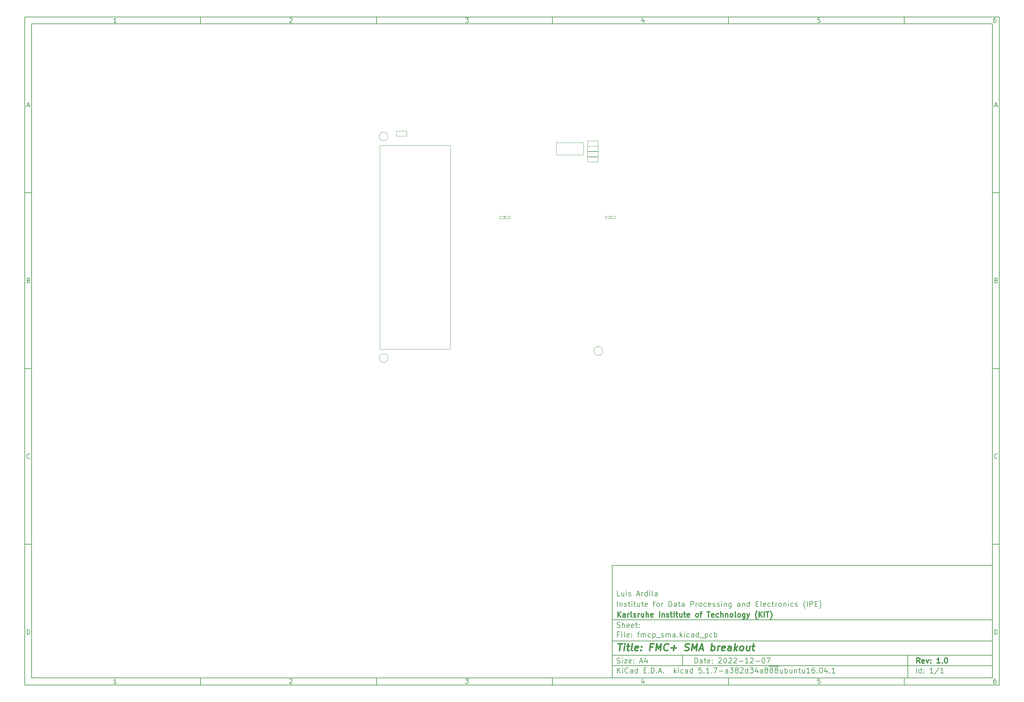
<source format=gbr>
%TF.GenerationSoftware,KiCad,Pcbnew,5.1.7-a382d34a8~88~ubuntu16.04.1*%
%TF.CreationDate,2022-12-07T17:33:49+01:00*%
%TF.ProjectId,fmcp_sma,666d6370-5f73-46d6-912e-6b696361645f,1.0*%
%TF.SameCoordinates,Original*%
%TF.FileFunction,Other,User*%
%FSLAX46Y46*%
G04 Gerber Fmt 4.6, Leading zero omitted, Abs format (unit mm)*
G04 Created by KiCad (PCBNEW 5.1.7-a382d34a8~88~ubuntu16.04.1) date 2022-12-07 17:33:49*
%MOMM*%
%LPD*%
G01*
G04 APERTURE LIST*
%ADD10C,0.050000*%
%ADD11C,0.150000*%
%ADD12C,0.300000*%
%ADD13C,0.400000*%
G04 APERTURE END LIST*
D10*
D11*
X177002200Y-166007200D02*
X177002200Y-198007200D01*
X285002200Y-198007200D01*
X285002200Y-166007200D01*
X177002200Y-166007200D01*
D10*
D11*
X10000000Y-10000000D02*
X10000000Y-200007200D01*
X287002200Y-200007200D01*
X287002200Y-10000000D01*
X10000000Y-10000000D01*
D10*
D11*
X12000000Y-12000000D02*
X12000000Y-198007200D01*
X285002200Y-198007200D01*
X285002200Y-12000000D01*
X12000000Y-12000000D01*
D10*
D11*
X60000000Y-12000000D02*
X60000000Y-10000000D01*
D10*
D11*
X110000000Y-12000000D02*
X110000000Y-10000000D01*
D10*
D11*
X160000000Y-12000000D02*
X160000000Y-10000000D01*
D10*
D11*
X210000000Y-12000000D02*
X210000000Y-10000000D01*
D10*
D11*
X260000000Y-12000000D02*
X260000000Y-10000000D01*
D10*
D11*
X36065476Y-11588095D02*
X35322619Y-11588095D01*
X35694047Y-11588095D02*
X35694047Y-10288095D01*
X35570238Y-10473809D01*
X35446428Y-10597619D01*
X35322619Y-10659523D01*
D10*
D11*
X85322619Y-10411904D02*
X85384523Y-10350000D01*
X85508333Y-10288095D01*
X85817857Y-10288095D01*
X85941666Y-10350000D01*
X86003571Y-10411904D01*
X86065476Y-10535714D01*
X86065476Y-10659523D01*
X86003571Y-10845238D01*
X85260714Y-11588095D01*
X86065476Y-11588095D01*
D10*
D11*
X135260714Y-10288095D02*
X136065476Y-10288095D01*
X135632142Y-10783333D01*
X135817857Y-10783333D01*
X135941666Y-10845238D01*
X136003571Y-10907142D01*
X136065476Y-11030952D01*
X136065476Y-11340476D01*
X136003571Y-11464285D01*
X135941666Y-11526190D01*
X135817857Y-11588095D01*
X135446428Y-11588095D01*
X135322619Y-11526190D01*
X135260714Y-11464285D01*
D10*
D11*
X185941666Y-10721428D02*
X185941666Y-11588095D01*
X185632142Y-10226190D02*
X185322619Y-11154761D01*
X186127380Y-11154761D01*
D10*
D11*
X236003571Y-10288095D02*
X235384523Y-10288095D01*
X235322619Y-10907142D01*
X235384523Y-10845238D01*
X235508333Y-10783333D01*
X235817857Y-10783333D01*
X235941666Y-10845238D01*
X236003571Y-10907142D01*
X236065476Y-11030952D01*
X236065476Y-11340476D01*
X236003571Y-11464285D01*
X235941666Y-11526190D01*
X235817857Y-11588095D01*
X235508333Y-11588095D01*
X235384523Y-11526190D01*
X235322619Y-11464285D01*
D10*
D11*
X285941666Y-10288095D02*
X285694047Y-10288095D01*
X285570238Y-10350000D01*
X285508333Y-10411904D01*
X285384523Y-10597619D01*
X285322619Y-10845238D01*
X285322619Y-11340476D01*
X285384523Y-11464285D01*
X285446428Y-11526190D01*
X285570238Y-11588095D01*
X285817857Y-11588095D01*
X285941666Y-11526190D01*
X286003571Y-11464285D01*
X286065476Y-11340476D01*
X286065476Y-11030952D01*
X286003571Y-10907142D01*
X285941666Y-10845238D01*
X285817857Y-10783333D01*
X285570238Y-10783333D01*
X285446428Y-10845238D01*
X285384523Y-10907142D01*
X285322619Y-11030952D01*
D10*
D11*
X60000000Y-198007200D02*
X60000000Y-200007200D01*
D10*
D11*
X110000000Y-198007200D02*
X110000000Y-200007200D01*
D10*
D11*
X160000000Y-198007200D02*
X160000000Y-200007200D01*
D10*
D11*
X210000000Y-198007200D02*
X210000000Y-200007200D01*
D10*
D11*
X260000000Y-198007200D02*
X260000000Y-200007200D01*
D10*
D11*
X36065476Y-199595295D02*
X35322619Y-199595295D01*
X35694047Y-199595295D02*
X35694047Y-198295295D01*
X35570238Y-198481009D01*
X35446428Y-198604819D01*
X35322619Y-198666723D01*
D10*
D11*
X85322619Y-198419104D02*
X85384523Y-198357200D01*
X85508333Y-198295295D01*
X85817857Y-198295295D01*
X85941666Y-198357200D01*
X86003571Y-198419104D01*
X86065476Y-198542914D01*
X86065476Y-198666723D01*
X86003571Y-198852438D01*
X85260714Y-199595295D01*
X86065476Y-199595295D01*
D10*
D11*
X135260714Y-198295295D02*
X136065476Y-198295295D01*
X135632142Y-198790533D01*
X135817857Y-198790533D01*
X135941666Y-198852438D01*
X136003571Y-198914342D01*
X136065476Y-199038152D01*
X136065476Y-199347676D01*
X136003571Y-199471485D01*
X135941666Y-199533390D01*
X135817857Y-199595295D01*
X135446428Y-199595295D01*
X135322619Y-199533390D01*
X135260714Y-199471485D01*
D10*
D11*
X185941666Y-198728628D02*
X185941666Y-199595295D01*
X185632142Y-198233390D02*
X185322619Y-199161961D01*
X186127380Y-199161961D01*
D10*
D11*
X236003571Y-198295295D02*
X235384523Y-198295295D01*
X235322619Y-198914342D01*
X235384523Y-198852438D01*
X235508333Y-198790533D01*
X235817857Y-198790533D01*
X235941666Y-198852438D01*
X236003571Y-198914342D01*
X236065476Y-199038152D01*
X236065476Y-199347676D01*
X236003571Y-199471485D01*
X235941666Y-199533390D01*
X235817857Y-199595295D01*
X235508333Y-199595295D01*
X235384523Y-199533390D01*
X235322619Y-199471485D01*
D10*
D11*
X285941666Y-198295295D02*
X285694047Y-198295295D01*
X285570238Y-198357200D01*
X285508333Y-198419104D01*
X285384523Y-198604819D01*
X285322619Y-198852438D01*
X285322619Y-199347676D01*
X285384523Y-199471485D01*
X285446428Y-199533390D01*
X285570238Y-199595295D01*
X285817857Y-199595295D01*
X285941666Y-199533390D01*
X286003571Y-199471485D01*
X286065476Y-199347676D01*
X286065476Y-199038152D01*
X286003571Y-198914342D01*
X285941666Y-198852438D01*
X285817857Y-198790533D01*
X285570238Y-198790533D01*
X285446428Y-198852438D01*
X285384523Y-198914342D01*
X285322619Y-199038152D01*
D10*
D11*
X10000000Y-60000000D02*
X12000000Y-60000000D01*
D10*
D11*
X10000000Y-110000000D02*
X12000000Y-110000000D01*
D10*
D11*
X10000000Y-160000000D02*
X12000000Y-160000000D01*
D10*
D11*
X10690476Y-35216666D02*
X11309523Y-35216666D01*
X10566666Y-35588095D02*
X11000000Y-34288095D01*
X11433333Y-35588095D01*
D10*
D11*
X11092857Y-84907142D02*
X11278571Y-84969047D01*
X11340476Y-85030952D01*
X11402380Y-85154761D01*
X11402380Y-85340476D01*
X11340476Y-85464285D01*
X11278571Y-85526190D01*
X11154761Y-85588095D01*
X10659523Y-85588095D01*
X10659523Y-84288095D01*
X11092857Y-84288095D01*
X11216666Y-84350000D01*
X11278571Y-84411904D01*
X11340476Y-84535714D01*
X11340476Y-84659523D01*
X11278571Y-84783333D01*
X11216666Y-84845238D01*
X11092857Y-84907142D01*
X10659523Y-84907142D01*
D10*
D11*
X11402380Y-135464285D02*
X11340476Y-135526190D01*
X11154761Y-135588095D01*
X11030952Y-135588095D01*
X10845238Y-135526190D01*
X10721428Y-135402380D01*
X10659523Y-135278571D01*
X10597619Y-135030952D01*
X10597619Y-134845238D01*
X10659523Y-134597619D01*
X10721428Y-134473809D01*
X10845238Y-134350000D01*
X11030952Y-134288095D01*
X11154761Y-134288095D01*
X11340476Y-134350000D01*
X11402380Y-134411904D01*
D10*
D11*
X10659523Y-185588095D02*
X10659523Y-184288095D01*
X10969047Y-184288095D01*
X11154761Y-184350000D01*
X11278571Y-184473809D01*
X11340476Y-184597619D01*
X11402380Y-184845238D01*
X11402380Y-185030952D01*
X11340476Y-185278571D01*
X11278571Y-185402380D01*
X11154761Y-185526190D01*
X10969047Y-185588095D01*
X10659523Y-185588095D01*
D10*
D11*
X287002200Y-60000000D02*
X285002200Y-60000000D01*
D10*
D11*
X287002200Y-110000000D02*
X285002200Y-110000000D01*
D10*
D11*
X287002200Y-160000000D02*
X285002200Y-160000000D01*
D10*
D11*
X285692676Y-35216666D02*
X286311723Y-35216666D01*
X285568866Y-35588095D02*
X286002200Y-34288095D01*
X286435533Y-35588095D01*
D10*
D11*
X286095057Y-84907142D02*
X286280771Y-84969047D01*
X286342676Y-85030952D01*
X286404580Y-85154761D01*
X286404580Y-85340476D01*
X286342676Y-85464285D01*
X286280771Y-85526190D01*
X286156961Y-85588095D01*
X285661723Y-85588095D01*
X285661723Y-84288095D01*
X286095057Y-84288095D01*
X286218866Y-84350000D01*
X286280771Y-84411904D01*
X286342676Y-84535714D01*
X286342676Y-84659523D01*
X286280771Y-84783333D01*
X286218866Y-84845238D01*
X286095057Y-84907142D01*
X285661723Y-84907142D01*
D10*
D11*
X286404580Y-135464285D02*
X286342676Y-135526190D01*
X286156961Y-135588095D01*
X286033152Y-135588095D01*
X285847438Y-135526190D01*
X285723628Y-135402380D01*
X285661723Y-135278571D01*
X285599819Y-135030952D01*
X285599819Y-134845238D01*
X285661723Y-134597619D01*
X285723628Y-134473809D01*
X285847438Y-134350000D01*
X286033152Y-134288095D01*
X286156961Y-134288095D01*
X286342676Y-134350000D01*
X286404580Y-134411904D01*
D10*
D11*
X285661723Y-185588095D02*
X285661723Y-184288095D01*
X285971247Y-184288095D01*
X286156961Y-184350000D01*
X286280771Y-184473809D01*
X286342676Y-184597619D01*
X286404580Y-184845238D01*
X286404580Y-185030952D01*
X286342676Y-185278571D01*
X286280771Y-185402380D01*
X286156961Y-185526190D01*
X285971247Y-185588095D01*
X285661723Y-185588095D01*
D10*
D11*
X200434342Y-193785771D02*
X200434342Y-192285771D01*
X200791485Y-192285771D01*
X201005771Y-192357200D01*
X201148628Y-192500057D01*
X201220057Y-192642914D01*
X201291485Y-192928628D01*
X201291485Y-193142914D01*
X201220057Y-193428628D01*
X201148628Y-193571485D01*
X201005771Y-193714342D01*
X200791485Y-193785771D01*
X200434342Y-193785771D01*
X202577200Y-193785771D02*
X202577200Y-193000057D01*
X202505771Y-192857200D01*
X202362914Y-192785771D01*
X202077200Y-192785771D01*
X201934342Y-192857200D01*
X202577200Y-193714342D02*
X202434342Y-193785771D01*
X202077200Y-193785771D01*
X201934342Y-193714342D01*
X201862914Y-193571485D01*
X201862914Y-193428628D01*
X201934342Y-193285771D01*
X202077200Y-193214342D01*
X202434342Y-193214342D01*
X202577200Y-193142914D01*
X203077200Y-192785771D02*
X203648628Y-192785771D01*
X203291485Y-192285771D02*
X203291485Y-193571485D01*
X203362914Y-193714342D01*
X203505771Y-193785771D01*
X203648628Y-193785771D01*
X204720057Y-193714342D02*
X204577200Y-193785771D01*
X204291485Y-193785771D01*
X204148628Y-193714342D01*
X204077200Y-193571485D01*
X204077200Y-193000057D01*
X204148628Y-192857200D01*
X204291485Y-192785771D01*
X204577200Y-192785771D01*
X204720057Y-192857200D01*
X204791485Y-193000057D01*
X204791485Y-193142914D01*
X204077200Y-193285771D01*
X205434342Y-193642914D02*
X205505771Y-193714342D01*
X205434342Y-193785771D01*
X205362914Y-193714342D01*
X205434342Y-193642914D01*
X205434342Y-193785771D01*
X205434342Y-192857200D02*
X205505771Y-192928628D01*
X205434342Y-193000057D01*
X205362914Y-192928628D01*
X205434342Y-192857200D01*
X205434342Y-193000057D01*
X207220057Y-192428628D02*
X207291485Y-192357200D01*
X207434342Y-192285771D01*
X207791485Y-192285771D01*
X207934342Y-192357200D01*
X208005771Y-192428628D01*
X208077200Y-192571485D01*
X208077200Y-192714342D01*
X208005771Y-192928628D01*
X207148628Y-193785771D01*
X208077200Y-193785771D01*
X209005771Y-192285771D02*
X209148628Y-192285771D01*
X209291485Y-192357200D01*
X209362914Y-192428628D01*
X209434342Y-192571485D01*
X209505771Y-192857200D01*
X209505771Y-193214342D01*
X209434342Y-193500057D01*
X209362914Y-193642914D01*
X209291485Y-193714342D01*
X209148628Y-193785771D01*
X209005771Y-193785771D01*
X208862914Y-193714342D01*
X208791485Y-193642914D01*
X208720057Y-193500057D01*
X208648628Y-193214342D01*
X208648628Y-192857200D01*
X208720057Y-192571485D01*
X208791485Y-192428628D01*
X208862914Y-192357200D01*
X209005771Y-192285771D01*
X210077200Y-192428628D02*
X210148628Y-192357200D01*
X210291485Y-192285771D01*
X210648628Y-192285771D01*
X210791485Y-192357200D01*
X210862914Y-192428628D01*
X210934342Y-192571485D01*
X210934342Y-192714342D01*
X210862914Y-192928628D01*
X210005771Y-193785771D01*
X210934342Y-193785771D01*
X211505771Y-192428628D02*
X211577200Y-192357200D01*
X211720057Y-192285771D01*
X212077200Y-192285771D01*
X212220057Y-192357200D01*
X212291485Y-192428628D01*
X212362914Y-192571485D01*
X212362914Y-192714342D01*
X212291485Y-192928628D01*
X211434342Y-193785771D01*
X212362914Y-193785771D01*
X213005771Y-193214342D02*
X214148628Y-193214342D01*
X215648628Y-193785771D02*
X214791485Y-193785771D01*
X215220057Y-193785771D02*
X215220057Y-192285771D01*
X215077200Y-192500057D01*
X214934342Y-192642914D01*
X214791485Y-192714342D01*
X216220057Y-192428628D02*
X216291485Y-192357200D01*
X216434342Y-192285771D01*
X216791485Y-192285771D01*
X216934342Y-192357200D01*
X217005771Y-192428628D01*
X217077200Y-192571485D01*
X217077200Y-192714342D01*
X217005771Y-192928628D01*
X216148628Y-193785771D01*
X217077200Y-193785771D01*
X217720057Y-193214342D02*
X218862914Y-193214342D01*
X219862914Y-192285771D02*
X220005771Y-192285771D01*
X220148628Y-192357200D01*
X220220057Y-192428628D01*
X220291485Y-192571485D01*
X220362914Y-192857200D01*
X220362914Y-193214342D01*
X220291485Y-193500057D01*
X220220057Y-193642914D01*
X220148628Y-193714342D01*
X220005771Y-193785771D01*
X219862914Y-193785771D01*
X219720057Y-193714342D01*
X219648628Y-193642914D01*
X219577200Y-193500057D01*
X219505771Y-193214342D01*
X219505771Y-192857200D01*
X219577200Y-192571485D01*
X219648628Y-192428628D01*
X219720057Y-192357200D01*
X219862914Y-192285771D01*
X220862914Y-192285771D02*
X221862914Y-192285771D01*
X221220057Y-193785771D01*
D10*
D11*
X177002200Y-194507200D02*
X285002200Y-194507200D01*
D10*
D11*
X178434342Y-196585771D02*
X178434342Y-195085771D01*
X179291485Y-196585771D02*
X178648628Y-195728628D01*
X179291485Y-195085771D02*
X178434342Y-195942914D01*
X179934342Y-196585771D02*
X179934342Y-195585771D01*
X179934342Y-195085771D02*
X179862914Y-195157200D01*
X179934342Y-195228628D01*
X180005771Y-195157200D01*
X179934342Y-195085771D01*
X179934342Y-195228628D01*
X181505771Y-196442914D02*
X181434342Y-196514342D01*
X181220057Y-196585771D01*
X181077200Y-196585771D01*
X180862914Y-196514342D01*
X180720057Y-196371485D01*
X180648628Y-196228628D01*
X180577200Y-195942914D01*
X180577200Y-195728628D01*
X180648628Y-195442914D01*
X180720057Y-195300057D01*
X180862914Y-195157200D01*
X181077200Y-195085771D01*
X181220057Y-195085771D01*
X181434342Y-195157200D01*
X181505771Y-195228628D01*
X182791485Y-196585771D02*
X182791485Y-195800057D01*
X182720057Y-195657200D01*
X182577200Y-195585771D01*
X182291485Y-195585771D01*
X182148628Y-195657200D01*
X182791485Y-196514342D02*
X182648628Y-196585771D01*
X182291485Y-196585771D01*
X182148628Y-196514342D01*
X182077200Y-196371485D01*
X182077200Y-196228628D01*
X182148628Y-196085771D01*
X182291485Y-196014342D01*
X182648628Y-196014342D01*
X182791485Y-195942914D01*
X184148628Y-196585771D02*
X184148628Y-195085771D01*
X184148628Y-196514342D02*
X184005771Y-196585771D01*
X183720057Y-196585771D01*
X183577200Y-196514342D01*
X183505771Y-196442914D01*
X183434342Y-196300057D01*
X183434342Y-195871485D01*
X183505771Y-195728628D01*
X183577200Y-195657200D01*
X183720057Y-195585771D01*
X184005771Y-195585771D01*
X184148628Y-195657200D01*
X186005771Y-195800057D02*
X186505771Y-195800057D01*
X186720057Y-196585771D02*
X186005771Y-196585771D01*
X186005771Y-195085771D01*
X186720057Y-195085771D01*
X187362914Y-196442914D02*
X187434342Y-196514342D01*
X187362914Y-196585771D01*
X187291485Y-196514342D01*
X187362914Y-196442914D01*
X187362914Y-196585771D01*
X188077200Y-196585771D02*
X188077200Y-195085771D01*
X188434342Y-195085771D01*
X188648628Y-195157200D01*
X188791485Y-195300057D01*
X188862914Y-195442914D01*
X188934342Y-195728628D01*
X188934342Y-195942914D01*
X188862914Y-196228628D01*
X188791485Y-196371485D01*
X188648628Y-196514342D01*
X188434342Y-196585771D01*
X188077200Y-196585771D01*
X189577200Y-196442914D02*
X189648628Y-196514342D01*
X189577200Y-196585771D01*
X189505771Y-196514342D01*
X189577200Y-196442914D01*
X189577200Y-196585771D01*
X190220057Y-196157200D02*
X190934342Y-196157200D01*
X190077200Y-196585771D02*
X190577200Y-195085771D01*
X191077200Y-196585771D01*
X191577200Y-196442914D02*
X191648628Y-196514342D01*
X191577200Y-196585771D01*
X191505771Y-196514342D01*
X191577200Y-196442914D01*
X191577200Y-196585771D01*
X194577200Y-196585771D02*
X194577200Y-195085771D01*
X194720057Y-196014342D02*
X195148628Y-196585771D01*
X195148628Y-195585771D02*
X194577200Y-196157200D01*
X195791485Y-196585771D02*
X195791485Y-195585771D01*
X195791485Y-195085771D02*
X195720057Y-195157200D01*
X195791485Y-195228628D01*
X195862914Y-195157200D01*
X195791485Y-195085771D01*
X195791485Y-195228628D01*
X197148628Y-196514342D02*
X197005771Y-196585771D01*
X196720057Y-196585771D01*
X196577200Y-196514342D01*
X196505771Y-196442914D01*
X196434342Y-196300057D01*
X196434342Y-195871485D01*
X196505771Y-195728628D01*
X196577200Y-195657200D01*
X196720057Y-195585771D01*
X197005771Y-195585771D01*
X197148628Y-195657200D01*
X198434342Y-196585771D02*
X198434342Y-195800057D01*
X198362914Y-195657200D01*
X198220057Y-195585771D01*
X197934342Y-195585771D01*
X197791485Y-195657200D01*
X198434342Y-196514342D02*
X198291485Y-196585771D01*
X197934342Y-196585771D01*
X197791485Y-196514342D01*
X197720057Y-196371485D01*
X197720057Y-196228628D01*
X197791485Y-196085771D01*
X197934342Y-196014342D01*
X198291485Y-196014342D01*
X198434342Y-195942914D01*
X199791485Y-196585771D02*
X199791485Y-195085771D01*
X199791485Y-196514342D02*
X199648628Y-196585771D01*
X199362914Y-196585771D01*
X199220057Y-196514342D01*
X199148628Y-196442914D01*
X199077200Y-196300057D01*
X199077200Y-195871485D01*
X199148628Y-195728628D01*
X199220057Y-195657200D01*
X199362914Y-195585771D01*
X199648628Y-195585771D01*
X199791485Y-195657200D01*
X202362914Y-195085771D02*
X201648628Y-195085771D01*
X201577200Y-195800057D01*
X201648628Y-195728628D01*
X201791485Y-195657200D01*
X202148628Y-195657200D01*
X202291485Y-195728628D01*
X202362914Y-195800057D01*
X202434342Y-195942914D01*
X202434342Y-196300057D01*
X202362914Y-196442914D01*
X202291485Y-196514342D01*
X202148628Y-196585771D01*
X201791485Y-196585771D01*
X201648628Y-196514342D01*
X201577200Y-196442914D01*
X203077200Y-196442914D02*
X203148628Y-196514342D01*
X203077200Y-196585771D01*
X203005771Y-196514342D01*
X203077200Y-196442914D01*
X203077200Y-196585771D01*
X204577200Y-196585771D02*
X203720057Y-196585771D01*
X204148628Y-196585771D02*
X204148628Y-195085771D01*
X204005771Y-195300057D01*
X203862914Y-195442914D01*
X203720057Y-195514342D01*
X205220057Y-196442914D02*
X205291485Y-196514342D01*
X205220057Y-196585771D01*
X205148628Y-196514342D01*
X205220057Y-196442914D01*
X205220057Y-196585771D01*
X205791485Y-195085771D02*
X206791485Y-195085771D01*
X206148628Y-196585771D01*
X207362914Y-196014342D02*
X208505771Y-196014342D01*
X209862914Y-196585771D02*
X209862914Y-195800057D01*
X209791485Y-195657200D01*
X209648628Y-195585771D01*
X209362914Y-195585771D01*
X209220057Y-195657200D01*
X209862914Y-196514342D02*
X209720057Y-196585771D01*
X209362914Y-196585771D01*
X209220057Y-196514342D01*
X209148628Y-196371485D01*
X209148628Y-196228628D01*
X209220057Y-196085771D01*
X209362914Y-196014342D01*
X209720057Y-196014342D01*
X209862914Y-195942914D01*
X210434342Y-195085771D02*
X211362914Y-195085771D01*
X210862914Y-195657200D01*
X211077200Y-195657200D01*
X211220057Y-195728628D01*
X211291485Y-195800057D01*
X211362914Y-195942914D01*
X211362914Y-196300057D01*
X211291485Y-196442914D01*
X211220057Y-196514342D01*
X211077200Y-196585771D01*
X210648628Y-196585771D01*
X210505771Y-196514342D01*
X210434342Y-196442914D01*
X212220057Y-195728628D02*
X212077200Y-195657200D01*
X212005771Y-195585771D01*
X211934342Y-195442914D01*
X211934342Y-195371485D01*
X212005771Y-195228628D01*
X212077200Y-195157200D01*
X212220057Y-195085771D01*
X212505771Y-195085771D01*
X212648628Y-195157200D01*
X212720057Y-195228628D01*
X212791485Y-195371485D01*
X212791485Y-195442914D01*
X212720057Y-195585771D01*
X212648628Y-195657200D01*
X212505771Y-195728628D01*
X212220057Y-195728628D01*
X212077200Y-195800057D01*
X212005771Y-195871485D01*
X211934342Y-196014342D01*
X211934342Y-196300057D01*
X212005771Y-196442914D01*
X212077200Y-196514342D01*
X212220057Y-196585771D01*
X212505771Y-196585771D01*
X212648628Y-196514342D01*
X212720057Y-196442914D01*
X212791485Y-196300057D01*
X212791485Y-196014342D01*
X212720057Y-195871485D01*
X212648628Y-195800057D01*
X212505771Y-195728628D01*
X213362914Y-195228628D02*
X213434342Y-195157200D01*
X213577200Y-195085771D01*
X213934342Y-195085771D01*
X214077200Y-195157200D01*
X214148628Y-195228628D01*
X214220057Y-195371485D01*
X214220057Y-195514342D01*
X214148628Y-195728628D01*
X213291485Y-196585771D01*
X214220057Y-196585771D01*
X215505771Y-196585771D02*
X215505771Y-195085771D01*
X215505771Y-196514342D02*
X215362914Y-196585771D01*
X215077200Y-196585771D01*
X214934342Y-196514342D01*
X214862914Y-196442914D01*
X214791485Y-196300057D01*
X214791485Y-195871485D01*
X214862914Y-195728628D01*
X214934342Y-195657200D01*
X215077200Y-195585771D01*
X215362914Y-195585771D01*
X215505771Y-195657200D01*
X216077200Y-195085771D02*
X217005771Y-195085771D01*
X216505771Y-195657200D01*
X216720057Y-195657200D01*
X216862914Y-195728628D01*
X216934342Y-195800057D01*
X217005771Y-195942914D01*
X217005771Y-196300057D01*
X216934342Y-196442914D01*
X216862914Y-196514342D01*
X216720057Y-196585771D01*
X216291485Y-196585771D01*
X216148628Y-196514342D01*
X216077200Y-196442914D01*
X218291485Y-195585771D02*
X218291485Y-196585771D01*
X217934342Y-195014342D02*
X217577200Y-196085771D01*
X218505771Y-196085771D01*
X219720057Y-196585771D02*
X219720057Y-195800057D01*
X219648628Y-195657200D01*
X219505771Y-195585771D01*
X219220057Y-195585771D01*
X219077200Y-195657200D01*
X219720057Y-196514342D02*
X219577200Y-196585771D01*
X219220057Y-196585771D01*
X219077200Y-196514342D01*
X219005771Y-196371485D01*
X219005771Y-196228628D01*
X219077200Y-196085771D01*
X219220057Y-196014342D01*
X219577200Y-196014342D01*
X219720057Y-195942914D01*
X220648628Y-195728628D02*
X220505771Y-195657200D01*
X220434342Y-195585771D01*
X220362914Y-195442914D01*
X220362914Y-195371485D01*
X220434342Y-195228628D01*
X220505771Y-195157200D01*
X220648628Y-195085771D01*
X220934342Y-195085771D01*
X221077200Y-195157200D01*
X221148628Y-195228628D01*
X221220057Y-195371485D01*
X221220057Y-195442914D01*
X221148628Y-195585771D01*
X221077200Y-195657200D01*
X220934342Y-195728628D01*
X220648628Y-195728628D01*
X220505771Y-195800057D01*
X220434342Y-195871485D01*
X220362914Y-196014342D01*
X220362914Y-196300057D01*
X220434342Y-196442914D01*
X220505771Y-196514342D01*
X220648628Y-196585771D01*
X220934342Y-196585771D01*
X221077200Y-196514342D01*
X221148628Y-196442914D01*
X221220057Y-196300057D01*
X221220057Y-196014342D01*
X221148628Y-195871485D01*
X221077200Y-195800057D01*
X220934342Y-195728628D01*
X221505771Y-194677200D02*
X222934342Y-194677200D01*
X222077200Y-195728628D02*
X221934342Y-195657200D01*
X221862914Y-195585771D01*
X221791485Y-195442914D01*
X221791485Y-195371485D01*
X221862914Y-195228628D01*
X221934342Y-195157200D01*
X222077200Y-195085771D01*
X222362914Y-195085771D01*
X222505771Y-195157200D01*
X222577200Y-195228628D01*
X222648628Y-195371485D01*
X222648628Y-195442914D01*
X222577200Y-195585771D01*
X222505771Y-195657200D01*
X222362914Y-195728628D01*
X222077200Y-195728628D01*
X221934342Y-195800057D01*
X221862914Y-195871485D01*
X221791485Y-196014342D01*
X221791485Y-196300057D01*
X221862914Y-196442914D01*
X221934342Y-196514342D01*
X222077200Y-196585771D01*
X222362914Y-196585771D01*
X222505771Y-196514342D01*
X222577200Y-196442914D01*
X222648628Y-196300057D01*
X222648628Y-196014342D01*
X222577200Y-195871485D01*
X222505771Y-195800057D01*
X222362914Y-195728628D01*
X222934342Y-194677200D02*
X224362914Y-194677200D01*
X223505771Y-195728628D02*
X223362914Y-195657200D01*
X223291485Y-195585771D01*
X223220057Y-195442914D01*
X223220057Y-195371485D01*
X223291485Y-195228628D01*
X223362914Y-195157200D01*
X223505771Y-195085771D01*
X223791485Y-195085771D01*
X223934342Y-195157200D01*
X224005771Y-195228628D01*
X224077199Y-195371485D01*
X224077199Y-195442914D01*
X224005771Y-195585771D01*
X223934342Y-195657200D01*
X223791485Y-195728628D01*
X223505771Y-195728628D01*
X223362914Y-195800057D01*
X223291485Y-195871485D01*
X223220057Y-196014342D01*
X223220057Y-196300057D01*
X223291485Y-196442914D01*
X223362914Y-196514342D01*
X223505771Y-196585771D01*
X223791485Y-196585771D01*
X223934342Y-196514342D01*
X224005771Y-196442914D01*
X224077199Y-196300057D01*
X224077199Y-196014342D01*
X224005771Y-195871485D01*
X223934342Y-195800057D01*
X223791485Y-195728628D01*
X225362914Y-195585771D02*
X225362914Y-196585771D01*
X224720057Y-195585771D02*
X224720057Y-196371485D01*
X224791485Y-196514342D01*
X224934342Y-196585771D01*
X225148628Y-196585771D01*
X225291485Y-196514342D01*
X225362914Y-196442914D01*
X226077199Y-196585771D02*
X226077199Y-195085771D01*
X226077199Y-195657200D02*
X226220057Y-195585771D01*
X226505771Y-195585771D01*
X226648628Y-195657200D01*
X226720057Y-195728628D01*
X226791485Y-195871485D01*
X226791485Y-196300057D01*
X226720057Y-196442914D01*
X226648628Y-196514342D01*
X226505771Y-196585771D01*
X226220057Y-196585771D01*
X226077199Y-196514342D01*
X228077199Y-195585771D02*
X228077199Y-196585771D01*
X227434342Y-195585771D02*
X227434342Y-196371485D01*
X227505771Y-196514342D01*
X227648628Y-196585771D01*
X227862914Y-196585771D01*
X228005771Y-196514342D01*
X228077199Y-196442914D01*
X228791485Y-195585771D02*
X228791485Y-196585771D01*
X228791485Y-195728628D02*
X228862914Y-195657200D01*
X229005771Y-195585771D01*
X229220057Y-195585771D01*
X229362914Y-195657200D01*
X229434342Y-195800057D01*
X229434342Y-196585771D01*
X229934342Y-195585771D02*
X230505771Y-195585771D01*
X230148628Y-195085771D02*
X230148628Y-196371485D01*
X230220057Y-196514342D01*
X230362914Y-196585771D01*
X230505771Y-196585771D01*
X231648628Y-195585771D02*
X231648628Y-196585771D01*
X231005771Y-195585771D02*
X231005771Y-196371485D01*
X231077199Y-196514342D01*
X231220057Y-196585771D01*
X231434342Y-196585771D01*
X231577199Y-196514342D01*
X231648628Y-196442914D01*
X233148628Y-196585771D02*
X232291485Y-196585771D01*
X232720057Y-196585771D02*
X232720057Y-195085771D01*
X232577200Y-195300057D01*
X232434342Y-195442914D01*
X232291485Y-195514342D01*
X234434342Y-195085771D02*
X234148628Y-195085771D01*
X234005771Y-195157200D01*
X233934342Y-195228628D01*
X233791485Y-195442914D01*
X233720057Y-195728628D01*
X233720057Y-196300057D01*
X233791485Y-196442914D01*
X233862914Y-196514342D01*
X234005771Y-196585771D01*
X234291485Y-196585771D01*
X234434342Y-196514342D01*
X234505771Y-196442914D01*
X234577199Y-196300057D01*
X234577199Y-195942914D01*
X234505771Y-195800057D01*
X234434342Y-195728628D01*
X234291485Y-195657200D01*
X234005771Y-195657200D01*
X233862914Y-195728628D01*
X233791485Y-195800057D01*
X233720057Y-195942914D01*
X235220057Y-196442914D02*
X235291485Y-196514342D01*
X235220057Y-196585771D01*
X235148628Y-196514342D01*
X235220057Y-196442914D01*
X235220057Y-196585771D01*
X236220057Y-195085771D02*
X236362914Y-195085771D01*
X236505771Y-195157200D01*
X236577199Y-195228628D01*
X236648628Y-195371485D01*
X236720057Y-195657200D01*
X236720057Y-196014342D01*
X236648628Y-196300057D01*
X236577199Y-196442914D01*
X236505771Y-196514342D01*
X236362914Y-196585771D01*
X236220057Y-196585771D01*
X236077199Y-196514342D01*
X236005771Y-196442914D01*
X235934342Y-196300057D01*
X235862914Y-196014342D01*
X235862914Y-195657200D01*
X235934342Y-195371485D01*
X236005771Y-195228628D01*
X236077199Y-195157200D01*
X236220057Y-195085771D01*
X238005771Y-195585771D02*
X238005771Y-196585771D01*
X237648628Y-195014342D02*
X237291485Y-196085771D01*
X238220057Y-196085771D01*
X238791485Y-196442914D02*
X238862914Y-196514342D01*
X238791485Y-196585771D01*
X238720057Y-196514342D01*
X238791485Y-196442914D01*
X238791485Y-196585771D01*
X240291485Y-196585771D02*
X239434342Y-196585771D01*
X239862914Y-196585771D02*
X239862914Y-195085771D01*
X239720057Y-195300057D01*
X239577199Y-195442914D01*
X239434342Y-195514342D01*
D10*
D11*
X177002200Y-191507200D02*
X285002200Y-191507200D01*
D10*
D12*
X264411485Y-193785771D02*
X263911485Y-193071485D01*
X263554342Y-193785771D02*
X263554342Y-192285771D01*
X264125771Y-192285771D01*
X264268628Y-192357200D01*
X264340057Y-192428628D01*
X264411485Y-192571485D01*
X264411485Y-192785771D01*
X264340057Y-192928628D01*
X264268628Y-193000057D01*
X264125771Y-193071485D01*
X263554342Y-193071485D01*
X265625771Y-193714342D02*
X265482914Y-193785771D01*
X265197200Y-193785771D01*
X265054342Y-193714342D01*
X264982914Y-193571485D01*
X264982914Y-193000057D01*
X265054342Y-192857200D01*
X265197200Y-192785771D01*
X265482914Y-192785771D01*
X265625771Y-192857200D01*
X265697200Y-193000057D01*
X265697200Y-193142914D01*
X264982914Y-193285771D01*
X266197200Y-192785771D02*
X266554342Y-193785771D01*
X266911485Y-192785771D01*
X267482914Y-193642914D02*
X267554342Y-193714342D01*
X267482914Y-193785771D01*
X267411485Y-193714342D01*
X267482914Y-193642914D01*
X267482914Y-193785771D01*
X267482914Y-192857200D02*
X267554342Y-192928628D01*
X267482914Y-193000057D01*
X267411485Y-192928628D01*
X267482914Y-192857200D01*
X267482914Y-193000057D01*
X270125771Y-193785771D02*
X269268628Y-193785771D01*
X269697200Y-193785771D02*
X269697200Y-192285771D01*
X269554342Y-192500057D01*
X269411485Y-192642914D01*
X269268628Y-192714342D01*
X270768628Y-193642914D02*
X270840057Y-193714342D01*
X270768628Y-193785771D01*
X270697200Y-193714342D01*
X270768628Y-193642914D01*
X270768628Y-193785771D01*
X271768628Y-192285771D02*
X271911485Y-192285771D01*
X272054342Y-192357200D01*
X272125771Y-192428628D01*
X272197200Y-192571485D01*
X272268628Y-192857200D01*
X272268628Y-193214342D01*
X272197200Y-193500057D01*
X272125771Y-193642914D01*
X272054342Y-193714342D01*
X271911485Y-193785771D01*
X271768628Y-193785771D01*
X271625771Y-193714342D01*
X271554342Y-193642914D01*
X271482914Y-193500057D01*
X271411485Y-193214342D01*
X271411485Y-192857200D01*
X271482914Y-192571485D01*
X271554342Y-192428628D01*
X271625771Y-192357200D01*
X271768628Y-192285771D01*
D10*
D11*
X178362914Y-193714342D02*
X178577200Y-193785771D01*
X178934342Y-193785771D01*
X179077200Y-193714342D01*
X179148628Y-193642914D01*
X179220057Y-193500057D01*
X179220057Y-193357200D01*
X179148628Y-193214342D01*
X179077200Y-193142914D01*
X178934342Y-193071485D01*
X178648628Y-193000057D01*
X178505771Y-192928628D01*
X178434342Y-192857200D01*
X178362914Y-192714342D01*
X178362914Y-192571485D01*
X178434342Y-192428628D01*
X178505771Y-192357200D01*
X178648628Y-192285771D01*
X179005771Y-192285771D01*
X179220057Y-192357200D01*
X179862914Y-193785771D02*
X179862914Y-192785771D01*
X179862914Y-192285771D02*
X179791485Y-192357200D01*
X179862914Y-192428628D01*
X179934342Y-192357200D01*
X179862914Y-192285771D01*
X179862914Y-192428628D01*
X180434342Y-192785771D02*
X181220057Y-192785771D01*
X180434342Y-193785771D01*
X181220057Y-193785771D01*
X182362914Y-193714342D02*
X182220057Y-193785771D01*
X181934342Y-193785771D01*
X181791485Y-193714342D01*
X181720057Y-193571485D01*
X181720057Y-193000057D01*
X181791485Y-192857200D01*
X181934342Y-192785771D01*
X182220057Y-192785771D01*
X182362914Y-192857200D01*
X182434342Y-193000057D01*
X182434342Y-193142914D01*
X181720057Y-193285771D01*
X183077200Y-193642914D02*
X183148628Y-193714342D01*
X183077200Y-193785771D01*
X183005771Y-193714342D01*
X183077200Y-193642914D01*
X183077200Y-193785771D01*
X183077200Y-192857200D02*
X183148628Y-192928628D01*
X183077200Y-193000057D01*
X183005771Y-192928628D01*
X183077200Y-192857200D01*
X183077200Y-193000057D01*
X184862914Y-193357200D02*
X185577200Y-193357200D01*
X184720057Y-193785771D02*
X185220057Y-192285771D01*
X185720057Y-193785771D01*
X186862914Y-192785771D02*
X186862914Y-193785771D01*
X186505771Y-192214342D02*
X186148628Y-193285771D01*
X187077200Y-193285771D01*
D10*
D11*
X263434342Y-196585771D02*
X263434342Y-195085771D01*
X264791485Y-196585771D02*
X264791485Y-195085771D01*
X264791485Y-196514342D02*
X264648628Y-196585771D01*
X264362914Y-196585771D01*
X264220057Y-196514342D01*
X264148628Y-196442914D01*
X264077200Y-196300057D01*
X264077200Y-195871485D01*
X264148628Y-195728628D01*
X264220057Y-195657200D01*
X264362914Y-195585771D01*
X264648628Y-195585771D01*
X264791485Y-195657200D01*
X265505771Y-196442914D02*
X265577200Y-196514342D01*
X265505771Y-196585771D01*
X265434342Y-196514342D01*
X265505771Y-196442914D01*
X265505771Y-196585771D01*
X265505771Y-195657200D02*
X265577200Y-195728628D01*
X265505771Y-195800057D01*
X265434342Y-195728628D01*
X265505771Y-195657200D01*
X265505771Y-195800057D01*
X268148628Y-196585771D02*
X267291485Y-196585771D01*
X267720057Y-196585771D02*
X267720057Y-195085771D01*
X267577200Y-195300057D01*
X267434342Y-195442914D01*
X267291485Y-195514342D01*
X269862914Y-195014342D02*
X268577200Y-196942914D01*
X271148628Y-196585771D02*
X270291485Y-196585771D01*
X270720057Y-196585771D02*
X270720057Y-195085771D01*
X270577200Y-195300057D01*
X270434342Y-195442914D01*
X270291485Y-195514342D01*
D10*
D11*
X177002200Y-187507200D02*
X285002200Y-187507200D01*
D10*
D13*
X178714580Y-188211961D02*
X179857438Y-188211961D01*
X179036009Y-190211961D02*
X179286009Y-188211961D01*
X180274104Y-190211961D02*
X180440771Y-188878628D01*
X180524104Y-188211961D02*
X180416961Y-188307200D01*
X180500295Y-188402438D01*
X180607438Y-188307200D01*
X180524104Y-188211961D01*
X180500295Y-188402438D01*
X181107438Y-188878628D02*
X181869342Y-188878628D01*
X181476485Y-188211961D02*
X181262200Y-189926247D01*
X181333628Y-190116723D01*
X181512200Y-190211961D01*
X181702676Y-190211961D01*
X182655057Y-190211961D02*
X182476485Y-190116723D01*
X182405057Y-189926247D01*
X182619342Y-188211961D01*
X184190771Y-190116723D02*
X183988390Y-190211961D01*
X183607438Y-190211961D01*
X183428866Y-190116723D01*
X183357438Y-189926247D01*
X183452676Y-189164342D01*
X183571723Y-188973866D01*
X183774104Y-188878628D01*
X184155057Y-188878628D01*
X184333628Y-188973866D01*
X184405057Y-189164342D01*
X184381247Y-189354819D01*
X183405057Y-189545295D01*
X185155057Y-190021485D02*
X185238390Y-190116723D01*
X185131247Y-190211961D01*
X185047914Y-190116723D01*
X185155057Y-190021485D01*
X185131247Y-190211961D01*
X185286009Y-188973866D02*
X185369342Y-189069104D01*
X185262200Y-189164342D01*
X185178866Y-189069104D01*
X185286009Y-188973866D01*
X185262200Y-189164342D01*
X188405057Y-189164342D02*
X187738390Y-189164342D01*
X187607438Y-190211961D02*
X187857438Y-188211961D01*
X188809819Y-188211961D01*
X189321723Y-190211961D02*
X189571723Y-188211961D01*
X190059819Y-189640533D01*
X190905057Y-188211961D01*
X190655057Y-190211961D01*
X192774104Y-190021485D02*
X192666961Y-190116723D01*
X192369342Y-190211961D01*
X192178866Y-190211961D01*
X191905057Y-190116723D01*
X191738390Y-189926247D01*
X191666961Y-189735771D01*
X191619342Y-189354819D01*
X191655057Y-189069104D01*
X191797914Y-188688152D01*
X191916961Y-188497676D01*
X192131247Y-188307200D01*
X192428866Y-188211961D01*
X192619342Y-188211961D01*
X192893152Y-188307200D01*
X192976485Y-188402438D01*
X193702676Y-189450057D02*
X195226485Y-189450057D01*
X194369342Y-190211961D02*
X194559819Y-188688152D01*
X197524104Y-190116723D02*
X197797914Y-190211961D01*
X198274104Y-190211961D01*
X198476485Y-190116723D01*
X198583628Y-190021485D01*
X198702676Y-189831009D01*
X198726485Y-189640533D01*
X198655057Y-189450057D01*
X198571723Y-189354819D01*
X198393152Y-189259580D01*
X198024104Y-189164342D01*
X197845533Y-189069104D01*
X197762200Y-188973866D01*
X197690771Y-188783390D01*
X197714580Y-188592914D01*
X197833628Y-188402438D01*
X197940771Y-188307200D01*
X198143152Y-188211961D01*
X198619342Y-188211961D01*
X198893152Y-188307200D01*
X199512200Y-190211961D02*
X199762200Y-188211961D01*
X200250295Y-189640533D01*
X201095533Y-188211961D01*
X200845533Y-190211961D01*
X201774104Y-189640533D02*
X202726485Y-189640533D01*
X201512200Y-190211961D02*
X202428866Y-188211961D01*
X202845533Y-190211961D01*
X205036009Y-190211961D02*
X205286009Y-188211961D01*
X205190771Y-188973866D02*
X205393152Y-188878628D01*
X205774104Y-188878628D01*
X205952676Y-188973866D01*
X206036009Y-189069104D01*
X206107438Y-189259580D01*
X206036009Y-189831009D01*
X205916961Y-190021485D01*
X205809819Y-190116723D01*
X205607438Y-190211961D01*
X205226485Y-190211961D01*
X205047914Y-190116723D01*
X206845533Y-190211961D02*
X207012200Y-188878628D01*
X206964580Y-189259580D02*
X207083628Y-189069104D01*
X207190771Y-188973866D01*
X207393152Y-188878628D01*
X207583628Y-188878628D01*
X208857438Y-190116723D02*
X208655057Y-190211961D01*
X208274104Y-190211961D01*
X208095533Y-190116723D01*
X208024104Y-189926247D01*
X208119342Y-189164342D01*
X208238390Y-188973866D01*
X208440771Y-188878628D01*
X208821723Y-188878628D01*
X209000295Y-188973866D01*
X209071723Y-189164342D01*
X209047914Y-189354819D01*
X208071723Y-189545295D01*
X210655057Y-190211961D02*
X210786009Y-189164342D01*
X210714580Y-188973866D01*
X210536009Y-188878628D01*
X210155057Y-188878628D01*
X209952676Y-188973866D01*
X210666961Y-190116723D02*
X210464580Y-190211961D01*
X209988390Y-190211961D01*
X209809819Y-190116723D01*
X209738390Y-189926247D01*
X209762200Y-189735771D01*
X209881247Y-189545295D01*
X210083628Y-189450057D01*
X210559819Y-189450057D01*
X210762200Y-189354819D01*
X211607438Y-190211961D02*
X211857438Y-188211961D01*
X211893152Y-189450057D02*
X212369342Y-190211961D01*
X212536009Y-188878628D02*
X211678866Y-189640533D01*
X213512200Y-190211961D02*
X213333628Y-190116723D01*
X213250295Y-190021485D01*
X213178866Y-189831009D01*
X213250295Y-189259580D01*
X213369342Y-189069104D01*
X213476485Y-188973866D01*
X213678866Y-188878628D01*
X213964580Y-188878628D01*
X214143152Y-188973866D01*
X214226485Y-189069104D01*
X214297914Y-189259580D01*
X214226485Y-189831009D01*
X214107438Y-190021485D01*
X214000295Y-190116723D01*
X213797914Y-190211961D01*
X213512200Y-190211961D01*
X216059819Y-188878628D02*
X215893152Y-190211961D01*
X215202676Y-188878628D02*
X215071723Y-189926247D01*
X215143152Y-190116723D01*
X215321723Y-190211961D01*
X215607438Y-190211961D01*
X215809819Y-190116723D01*
X215916961Y-190021485D01*
X216726485Y-188878628D02*
X217488390Y-188878628D01*
X217095533Y-188211961D02*
X216881247Y-189926247D01*
X216952676Y-190116723D01*
X217131247Y-190211961D01*
X217321723Y-190211961D01*
D10*
D11*
X178934342Y-185600057D02*
X178434342Y-185600057D01*
X178434342Y-186385771D02*
X178434342Y-184885771D01*
X179148628Y-184885771D01*
X179720057Y-186385771D02*
X179720057Y-185385771D01*
X179720057Y-184885771D02*
X179648628Y-184957200D01*
X179720057Y-185028628D01*
X179791485Y-184957200D01*
X179720057Y-184885771D01*
X179720057Y-185028628D01*
X180648628Y-186385771D02*
X180505771Y-186314342D01*
X180434342Y-186171485D01*
X180434342Y-184885771D01*
X181791485Y-186314342D02*
X181648628Y-186385771D01*
X181362914Y-186385771D01*
X181220057Y-186314342D01*
X181148628Y-186171485D01*
X181148628Y-185600057D01*
X181220057Y-185457200D01*
X181362914Y-185385771D01*
X181648628Y-185385771D01*
X181791485Y-185457200D01*
X181862914Y-185600057D01*
X181862914Y-185742914D01*
X181148628Y-185885771D01*
X182505771Y-186242914D02*
X182577200Y-186314342D01*
X182505771Y-186385771D01*
X182434342Y-186314342D01*
X182505771Y-186242914D01*
X182505771Y-186385771D01*
X182505771Y-185457200D02*
X182577200Y-185528628D01*
X182505771Y-185600057D01*
X182434342Y-185528628D01*
X182505771Y-185457200D01*
X182505771Y-185600057D01*
X184148628Y-185385771D02*
X184720057Y-185385771D01*
X184362914Y-186385771D02*
X184362914Y-185100057D01*
X184434342Y-184957200D01*
X184577200Y-184885771D01*
X184720057Y-184885771D01*
X185220057Y-186385771D02*
X185220057Y-185385771D01*
X185220057Y-185528628D02*
X185291485Y-185457200D01*
X185434342Y-185385771D01*
X185648628Y-185385771D01*
X185791485Y-185457200D01*
X185862914Y-185600057D01*
X185862914Y-186385771D01*
X185862914Y-185600057D02*
X185934342Y-185457200D01*
X186077200Y-185385771D01*
X186291485Y-185385771D01*
X186434342Y-185457200D01*
X186505771Y-185600057D01*
X186505771Y-186385771D01*
X187862914Y-186314342D02*
X187720057Y-186385771D01*
X187434342Y-186385771D01*
X187291485Y-186314342D01*
X187220057Y-186242914D01*
X187148628Y-186100057D01*
X187148628Y-185671485D01*
X187220057Y-185528628D01*
X187291485Y-185457200D01*
X187434342Y-185385771D01*
X187720057Y-185385771D01*
X187862914Y-185457200D01*
X188505771Y-185385771D02*
X188505771Y-186885771D01*
X188505771Y-185457200D02*
X188648628Y-185385771D01*
X188934342Y-185385771D01*
X189077200Y-185457200D01*
X189148628Y-185528628D01*
X189220057Y-185671485D01*
X189220057Y-186100057D01*
X189148628Y-186242914D01*
X189077200Y-186314342D01*
X188934342Y-186385771D01*
X188648628Y-186385771D01*
X188505771Y-186314342D01*
X189505771Y-186528628D02*
X190648628Y-186528628D01*
X190934342Y-186314342D02*
X191077200Y-186385771D01*
X191362914Y-186385771D01*
X191505771Y-186314342D01*
X191577200Y-186171485D01*
X191577200Y-186100057D01*
X191505771Y-185957200D01*
X191362914Y-185885771D01*
X191148628Y-185885771D01*
X191005771Y-185814342D01*
X190934342Y-185671485D01*
X190934342Y-185600057D01*
X191005771Y-185457200D01*
X191148628Y-185385771D01*
X191362914Y-185385771D01*
X191505771Y-185457200D01*
X192220057Y-186385771D02*
X192220057Y-185385771D01*
X192220057Y-185528628D02*
X192291485Y-185457200D01*
X192434342Y-185385771D01*
X192648628Y-185385771D01*
X192791485Y-185457200D01*
X192862914Y-185600057D01*
X192862914Y-186385771D01*
X192862914Y-185600057D02*
X192934342Y-185457200D01*
X193077200Y-185385771D01*
X193291485Y-185385771D01*
X193434342Y-185457200D01*
X193505771Y-185600057D01*
X193505771Y-186385771D01*
X194862914Y-186385771D02*
X194862914Y-185600057D01*
X194791485Y-185457200D01*
X194648628Y-185385771D01*
X194362914Y-185385771D01*
X194220057Y-185457200D01*
X194862914Y-186314342D02*
X194720057Y-186385771D01*
X194362914Y-186385771D01*
X194220057Y-186314342D01*
X194148628Y-186171485D01*
X194148628Y-186028628D01*
X194220057Y-185885771D01*
X194362914Y-185814342D01*
X194720057Y-185814342D01*
X194862914Y-185742914D01*
X195577200Y-186242914D02*
X195648628Y-186314342D01*
X195577200Y-186385771D01*
X195505771Y-186314342D01*
X195577200Y-186242914D01*
X195577200Y-186385771D01*
X196291485Y-186385771D02*
X196291485Y-184885771D01*
X196434342Y-185814342D02*
X196862914Y-186385771D01*
X196862914Y-185385771D02*
X196291485Y-185957200D01*
X197505771Y-186385771D02*
X197505771Y-185385771D01*
X197505771Y-184885771D02*
X197434342Y-184957200D01*
X197505771Y-185028628D01*
X197577200Y-184957200D01*
X197505771Y-184885771D01*
X197505771Y-185028628D01*
X198862914Y-186314342D02*
X198720057Y-186385771D01*
X198434342Y-186385771D01*
X198291485Y-186314342D01*
X198220057Y-186242914D01*
X198148628Y-186100057D01*
X198148628Y-185671485D01*
X198220057Y-185528628D01*
X198291485Y-185457200D01*
X198434342Y-185385771D01*
X198720057Y-185385771D01*
X198862914Y-185457200D01*
X200148628Y-186385771D02*
X200148628Y-185600057D01*
X200077200Y-185457200D01*
X199934342Y-185385771D01*
X199648628Y-185385771D01*
X199505771Y-185457200D01*
X200148628Y-186314342D02*
X200005771Y-186385771D01*
X199648628Y-186385771D01*
X199505771Y-186314342D01*
X199434342Y-186171485D01*
X199434342Y-186028628D01*
X199505771Y-185885771D01*
X199648628Y-185814342D01*
X200005771Y-185814342D01*
X200148628Y-185742914D01*
X201505771Y-186385771D02*
X201505771Y-184885771D01*
X201505771Y-186314342D02*
X201362914Y-186385771D01*
X201077200Y-186385771D01*
X200934342Y-186314342D01*
X200862914Y-186242914D01*
X200791485Y-186100057D01*
X200791485Y-185671485D01*
X200862914Y-185528628D01*
X200934342Y-185457200D01*
X201077200Y-185385771D01*
X201362914Y-185385771D01*
X201505771Y-185457200D01*
X201862914Y-186528628D02*
X203005771Y-186528628D01*
X203362914Y-185385771D02*
X203362914Y-186885771D01*
X203362914Y-185457200D02*
X203505771Y-185385771D01*
X203791485Y-185385771D01*
X203934342Y-185457200D01*
X204005771Y-185528628D01*
X204077200Y-185671485D01*
X204077200Y-186100057D01*
X204005771Y-186242914D01*
X203934342Y-186314342D01*
X203791485Y-186385771D01*
X203505771Y-186385771D01*
X203362914Y-186314342D01*
X205362914Y-186314342D02*
X205220057Y-186385771D01*
X204934342Y-186385771D01*
X204791485Y-186314342D01*
X204720057Y-186242914D01*
X204648628Y-186100057D01*
X204648628Y-185671485D01*
X204720057Y-185528628D01*
X204791485Y-185457200D01*
X204934342Y-185385771D01*
X205220057Y-185385771D01*
X205362914Y-185457200D01*
X206005771Y-186385771D02*
X206005771Y-184885771D01*
X206005771Y-185457200D02*
X206148628Y-185385771D01*
X206434342Y-185385771D01*
X206577200Y-185457200D01*
X206648628Y-185528628D01*
X206720057Y-185671485D01*
X206720057Y-186100057D01*
X206648628Y-186242914D01*
X206577200Y-186314342D01*
X206434342Y-186385771D01*
X206148628Y-186385771D01*
X206005771Y-186314342D01*
D10*
D11*
X177002200Y-181507200D02*
X285002200Y-181507200D01*
D10*
D11*
X178362914Y-183614342D02*
X178577200Y-183685771D01*
X178934342Y-183685771D01*
X179077200Y-183614342D01*
X179148628Y-183542914D01*
X179220057Y-183400057D01*
X179220057Y-183257200D01*
X179148628Y-183114342D01*
X179077200Y-183042914D01*
X178934342Y-182971485D01*
X178648628Y-182900057D01*
X178505771Y-182828628D01*
X178434342Y-182757200D01*
X178362914Y-182614342D01*
X178362914Y-182471485D01*
X178434342Y-182328628D01*
X178505771Y-182257200D01*
X178648628Y-182185771D01*
X179005771Y-182185771D01*
X179220057Y-182257200D01*
X179862914Y-183685771D02*
X179862914Y-182185771D01*
X180505771Y-183685771D02*
X180505771Y-182900057D01*
X180434342Y-182757200D01*
X180291485Y-182685771D01*
X180077200Y-182685771D01*
X179934342Y-182757200D01*
X179862914Y-182828628D01*
X181791485Y-183614342D02*
X181648628Y-183685771D01*
X181362914Y-183685771D01*
X181220057Y-183614342D01*
X181148628Y-183471485D01*
X181148628Y-182900057D01*
X181220057Y-182757200D01*
X181362914Y-182685771D01*
X181648628Y-182685771D01*
X181791485Y-182757200D01*
X181862914Y-182900057D01*
X181862914Y-183042914D01*
X181148628Y-183185771D01*
X183077200Y-183614342D02*
X182934342Y-183685771D01*
X182648628Y-183685771D01*
X182505771Y-183614342D01*
X182434342Y-183471485D01*
X182434342Y-182900057D01*
X182505771Y-182757200D01*
X182648628Y-182685771D01*
X182934342Y-182685771D01*
X183077200Y-182757200D01*
X183148628Y-182900057D01*
X183148628Y-183042914D01*
X182434342Y-183185771D01*
X183577200Y-182685771D02*
X184148628Y-182685771D01*
X183791485Y-182185771D02*
X183791485Y-183471485D01*
X183862914Y-183614342D01*
X184005771Y-183685771D01*
X184148628Y-183685771D01*
X184648628Y-183542914D02*
X184720057Y-183614342D01*
X184648628Y-183685771D01*
X184577200Y-183614342D01*
X184648628Y-183542914D01*
X184648628Y-183685771D01*
X184648628Y-182757200D02*
X184720057Y-182828628D01*
X184648628Y-182900057D01*
X184577200Y-182828628D01*
X184648628Y-182757200D01*
X184648628Y-182900057D01*
D10*
D12*
X178554342Y-180685771D02*
X178554342Y-179185771D01*
X179411485Y-180685771D02*
X178768628Y-179828628D01*
X179411485Y-179185771D02*
X178554342Y-180042914D01*
X180697200Y-180685771D02*
X180697200Y-179900057D01*
X180625771Y-179757200D01*
X180482914Y-179685771D01*
X180197200Y-179685771D01*
X180054342Y-179757200D01*
X180697200Y-180614342D02*
X180554342Y-180685771D01*
X180197200Y-180685771D01*
X180054342Y-180614342D01*
X179982914Y-180471485D01*
X179982914Y-180328628D01*
X180054342Y-180185771D01*
X180197200Y-180114342D01*
X180554342Y-180114342D01*
X180697200Y-180042914D01*
X181411485Y-180685771D02*
X181411485Y-179685771D01*
X181411485Y-179971485D02*
X181482914Y-179828628D01*
X181554342Y-179757200D01*
X181697200Y-179685771D01*
X181840057Y-179685771D01*
X182554342Y-180685771D02*
X182411485Y-180614342D01*
X182340057Y-180471485D01*
X182340057Y-179185771D01*
X183054342Y-180614342D02*
X183197200Y-180685771D01*
X183482914Y-180685771D01*
X183625771Y-180614342D01*
X183697200Y-180471485D01*
X183697200Y-180400057D01*
X183625771Y-180257200D01*
X183482914Y-180185771D01*
X183268628Y-180185771D01*
X183125771Y-180114342D01*
X183054342Y-179971485D01*
X183054342Y-179900057D01*
X183125771Y-179757200D01*
X183268628Y-179685771D01*
X183482914Y-179685771D01*
X183625771Y-179757200D01*
X184340057Y-180685771D02*
X184340057Y-179685771D01*
X184340057Y-179971485D02*
X184411485Y-179828628D01*
X184482914Y-179757200D01*
X184625771Y-179685771D01*
X184768628Y-179685771D01*
X185911485Y-179685771D02*
X185911485Y-180685771D01*
X185268628Y-179685771D02*
X185268628Y-180471485D01*
X185340057Y-180614342D01*
X185482914Y-180685771D01*
X185697200Y-180685771D01*
X185840057Y-180614342D01*
X185911485Y-180542914D01*
X186625771Y-180685771D02*
X186625771Y-179185771D01*
X187268628Y-180685771D02*
X187268628Y-179900057D01*
X187197200Y-179757200D01*
X187054342Y-179685771D01*
X186840057Y-179685771D01*
X186697200Y-179757200D01*
X186625771Y-179828628D01*
X188554342Y-180614342D02*
X188411485Y-180685771D01*
X188125771Y-180685771D01*
X187982914Y-180614342D01*
X187911485Y-180471485D01*
X187911485Y-179900057D01*
X187982914Y-179757200D01*
X188125771Y-179685771D01*
X188411485Y-179685771D01*
X188554342Y-179757200D01*
X188625771Y-179900057D01*
X188625771Y-180042914D01*
X187911485Y-180185771D01*
X190411485Y-180685771D02*
X190411485Y-179185771D01*
X191125771Y-179685771D02*
X191125771Y-180685771D01*
X191125771Y-179828628D02*
X191197200Y-179757200D01*
X191340057Y-179685771D01*
X191554342Y-179685771D01*
X191697200Y-179757200D01*
X191768628Y-179900057D01*
X191768628Y-180685771D01*
X192411485Y-180614342D02*
X192554342Y-180685771D01*
X192840057Y-180685771D01*
X192982914Y-180614342D01*
X193054342Y-180471485D01*
X193054342Y-180400057D01*
X192982914Y-180257200D01*
X192840057Y-180185771D01*
X192625771Y-180185771D01*
X192482914Y-180114342D01*
X192411485Y-179971485D01*
X192411485Y-179900057D01*
X192482914Y-179757200D01*
X192625771Y-179685771D01*
X192840057Y-179685771D01*
X192982914Y-179757200D01*
X193482914Y-179685771D02*
X194054342Y-179685771D01*
X193697200Y-179185771D02*
X193697200Y-180471485D01*
X193768628Y-180614342D01*
X193911485Y-180685771D01*
X194054342Y-180685771D01*
X194554342Y-180685771D02*
X194554342Y-179685771D01*
X194554342Y-179185771D02*
X194482914Y-179257200D01*
X194554342Y-179328628D01*
X194625771Y-179257200D01*
X194554342Y-179185771D01*
X194554342Y-179328628D01*
X195054342Y-179685771D02*
X195625771Y-179685771D01*
X195268628Y-179185771D02*
X195268628Y-180471485D01*
X195340057Y-180614342D01*
X195482914Y-180685771D01*
X195625771Y-180685771D01*
X196768628Y-179685771D02*
X196768628Y-180685771D01*
X196125771Y-179685771D02*
X196125771Y-180471485D01*
X196197200Y-180614342D01*
X196340057Y-180685771D01*
X196554342Y-180685771D01*
X196697200Y-180614342D01*
X196768628Y-180542914D01*
X197268628Y-179685771D02*
X197840057Y-179685771D01*
X197482914Y-179185771D02*
X197482914Y-180471485D01*
X197554342Y-180614342D01*
X197697200Y-180685771D01*
X197840057Y-180685771D01*
X198911485Y-180614342D02*
X198768628Y-180685771D01*
X198482914Y-180685771D01*
X198340057Y-180614342D01*
X198268628Y-180471485D01*
X198268628Y-179900057D01*
X198340057Y-179757200D01*
X198482914Y-179685771D01*
X198768628Y-179685771D01*
X198911485Y-179757200D01*
X198982914Y-179900057D01*
X198982914Y-180042914D01*
X198268628Y-180185771D01*
X200982914Y-180685771D02*
X200840057Y-180614342D01*
X200768628Y-180542914D01*
X200697200Y-180400057D01*
X200697200Y-179971485D01*
X200768628Y-179828628D01*
X200840057Y-179757200D01*
X200982914Y-179685771D01*
X201197200Y-179685771D01*
X201340057Y-179757200D01*
X201411485Y-179828628D01*
X201482914Y-179971485D01*
X201482914Y-180400057D01*
X201411485Y-180542914D01*
X201340057Y-180614342D01*
X201197200Y-180685771D01*
X200982914Y-180685771D01*
X201911485Y-179685771D02*
X202482914Y-179685771D01*
X202125771Y-180685771D02*
X202125771Y-179400057D01*
X202197200Y-179257200D01*
X202340057Y-179185771D01*
X202482914Y-179185771D01*
X203911485Y-179185771D02*
X204768628Y-179185771D01*
X204340057Y-180685771D02*
X204340057Y-179185771D01*
X205840057Y-180614342D02*
X205697200Y-180685771D01*
X205411485Y-180685771D01*
X205268628Y-180614342D01*
X205197200Y-180471485D01*
X205197200Y-179900057D01*
X205268628Y-179757200D01*
X205411485Y-179685771D01*
X205697200Y-179685771D01*
X205840057Y-179757200D01*
X205911485Y-179900057D01*
X205911485Y-180042914D01*
X205197200Y-180185771D01*
X207197200Y-180614342D02*
X207054342Y-180685771D01*
X206768628Y-180685771D01*
X206625771Y-180614342D01*
X206554342Y-180542914D01*
X206482914Y-180400057D01*
X206482914Y-179971485D01*
X206554342Y-179828628D01*
X206625771Y-179757200D01*
X206768628Y-179685771D01*
X207054342Y-179685771D01*
X207197200Y-179757200D01*
X207840057Y-180685771D02*
X207840057Y-179185771D01*
X208482914Y-180685771D02*
X208482914Y-179900057D01*
X208411485Y-179757200D01*
X208268628Y-179685771D01*
X208054342Y-179685771D01*
X207911485Y-179757200D01*
X207840057Y-179828628D01*
X209197200Y-179685771D02*
X209197200Y-180685771D01*
X209197200Y-179828628D02*
X209268628Y-179757200D01*
X209411485Y-179685771D01*
X209625771Y-179685771D01*
X209768628Y-179757200D01*
X209840057Y-179900057D01*
X209840057Y-180685771D01*
X210768628Y-180685771D02*
X210625771Y-180614342D01*
X210554342Y-180542914D01*
X210482914Y-180400057D01*
X210482914Y-179971485D01*
X210554342Y-179828628D01*
X210625771Y-179757200D01*
X210768628Y-179685771D01*
X210982914Y-179685771D01*
X211125771Y-179757200D01*
X211197200Y-179828628D01*
X211268628Y-179971485D01*
X211268628Y-180400057D01*
X211197200Y-180542914D01*
X211125771Y-180614342D01*
X210982914Y-180685771D01*
X210768628Y-180685771D01*
X212125771Y-180685771D02*
X211982914Y-180614342D01*
X211911485Y-180471485D01*
X211911485Y-179185771D01*
X212911485Y-180685771D02*
X212768628Y-180614342D01*
X212697200Y-180542914D01*
X212625771Y-180400057D01*
X212625771Y-179971485D01*
X212697200Y-179828628D01*
X212768628Y-179757200D01*
X212911485Y-179685771D01*
X213125771Y-179685771D01*
X213268628Y-179757200D01*
X213340057Y-179828628D01*
X213411485Y-179971485D01*
X213411485Y-180400057D01*
X213340057Y-180542914D01*
X213268628Y-180614342D01*
X213125771Y-180685771D01*
X212911485Y-180685771D01*
X214697200Y-179685771D02*
X214697200Y-180900057D01*
X214625771Y-181042914D01*
X214554342Y-181114342D01*
X214411485Y-181185771D01*
X214197200Y-181185771D01*
X214054342Y-181114342D01*
X214697200Y-180614342D02*
X214554342Y-180685771D01*
X214268628Y-180685771D01*
X214125771Y-180614342D01*
X214054342Y-180542914D01*
X213982914Y-180400057D01*
X213982914Y-179971485D01*
X214054342Y-179828628D01*
X214125771Y-179757200D01*
X214268628Y-179685771D01*
X214554342Y-179685771D01*
X214697200Y-179757200D01*
X215268628Y-179685771D02*
X215625771Y-180685771D01*
X215982914Y-179685771D02*
X215625771Y-180685771D01*
X215482914Y-181042914D01*
X215411485Y-181114342D01*
X215268628Y-181185771D01*
X218125771Y-181257200D02*
X218054342Y-181185771D01*
X217911485Y-180971485D01*
X217840057Y-180828628D01*
X217768628Y-180614342D01*
X217697200Y-180257200D01*
X217697200Y-179971485D01*
X217768628Y-179614342D01*
X217840057Y-179400057D01*
X217911485Y-179257200D01*
X218054342Y-179042914D01*
X218125771Y-178971485D01*
X218697200Y-180685771D02*
X218697200Y-179185771D01*
X219554342Y-180685771D02*
X218911485Y-179828628D01*
X219554342Y-179185771D02*
X218697200Y-180042914D01*
X220197200Y-180685771D02*
X220197200Y-179185771D01*
X220697200Y-179185771D02*
X221554342Y-179185771D01*
X221125771Y-180685771D02*
X221125771Y-179185771D01*
X221911485Y-181257200D02*
X221982914Y-181185771D01*
X222125771Y-180971485D01*
X222197200Y-180828628D01*
X222268628Y-180614342D01*
X222340057Y-180257200D01*
X222340057Y-179971485D01*
X222268628Y-179614342D01*
X222197200Y-179400057D01*
X222125771Y-179257200D01*
X221982914Y-179042914D01*
X221911485Y-178971485D01*
D10*
D11*
X178434342Y-177685771D02*
X178434342Y-176185771D01*
X179148628Y-176685771D02*
X179148628Y-177685771D01*
X179148628Y-176828628D02*
X179220057Y-176757200D01*
X179362914Y-176685771D01*
X179577200Y-176685771D01*
X179720057Y-176757200D01*
X179791485Y-176900057D01*
X179791485Y-177685771D01*
X180434342Y-177614342D02*
X180577200Y-177685771D01*
X180862914Y-177685771D01*
X181005771Y-177614342D01*
X181077200Y-177471485D01*
X181077200Y-177400057D01*
X181005771Y-177257200D01*
X180862914Y-177185771D01*
X180648628Y-177185771D01*
X180505771Y-177114342D01*
X180434342Y-176971485D01*
X180434342Y-176900057D01*
X180505771Y-176757200D01*
X180648628Y-176685771D01*
X180862914Y-176685771D01*
X181005771Y-176757200D01*
X181505771Y-176685771D02*
X182077200Y-176685771D01*
X181720057Y-176185771D02*
X181720057Y-177471485D01*
X181791485Y-177614342D01*
X181934342Y-177685771D01*
X182077200Y-177685771D01*
X182577200Y-177685771D02*
X182577200Y-176685771D01*
X182577200Y-176185771D02*
X182505771Y-176257200D01*
X182577200Y-176328628D01*
X182648628Y-176257200D01*
X182577200Y-176185771D01*
X182577200Y-176328628D01*
X183077200Y-176685771D02*
X183648628Y-176685771D01*
X183291485Y-176185771D02*
X183291485Y-177471485D01*
X183362914Y-177614342D01*
X183505771Y-177685771D01*
X183648628Y-177685771D01*
X184791485Y-176685771D02*
X184791485Y-177685771D01*
X184148628Y-176685771D02*
X184148628Y-177471485D01*
X184220057Y-177614342D01*
X184362914Y-177685771D01*
X184577200Y-177685771D01*
X184720057Y-177614342D01*
X184791485Y-177542914D01*
X185291485Y-176685771D02*
X185862914Y-176685771D01*
X185505771Y-176185771D02*
X185505771Y-177471485D01*
X185577200Y-177614342D01*
X185720057Y-177685771D01*
X185862914Y-177685771D01*
X186934342Y-177614342D02*
X186791485Y-177685771D01*
X186505771Y-177685771D01*
X186362914Y-177614342D01*
X186291485Y-177471485D01*
X186291485Y-176900057D01*
X186362914Y-176757200D01*
X186505771Y-176685771D01*
X186791485Y-176685771D01*
X186934342Y-176757200D01*
X187005771Y-176900057D01*
X187005771Y-177042914D01*
X186291485Y-177185771D01*
X188577200Y-176685771D02*
X189148628Y-176685771D01*
X188791485Y-177685771D02*
X188791485Y-176400057D01*
X188862914Y-176257200D01*
X189005771Y-176185771D01*
X189148628Y-176185771D01*
X189862914Y-177685771D02*
X189720057Y-177614342D01*
X189648628Y-177542914D01*
X189577200Y-177400057D01*
X189577200Y-176971485D01*
X189648628Y-176828628D01*
X189720057Y-176757200D01*
X189862914Y-176685771D01*
X190077200Y-176685771D01*
X190220057Y-176757200D01*
X190291485Y-176828628D01*
X190362914Y-176971485D01*
X190362914Y-177400057D01*
X190291485Y-177542914D01*
X190220057Y-177614342D01*
X190077200Y-177685771D01*
X189862914Y-177685771D01*
X191005771Y-177685771D02*
X191005771Y-176685771D01*
X191005771Y-176971485D02*
X191077200Y-176828628D01*
X191148628Y-176757200D01*
X191291485Y-176685771D01*
X191434342Y-176685771D01*
X193077200Y-177685771D02*
X193077200Y-176185771D01*
X193434342Y-176185771D01*
X193648628Y-176257200D01*
X193791485Y-176400057D01*
X193862914Y-176542914D01*
X193934342Y-176828628D01*
X193934342Y-177042914D01*
X193862914Y-177328628D01*
X193791485Y-177471485D01*
X193648628Y-177614342D01*
X193434342Y-177685771D01*
X193077200Y-177685771D01*
X195220057Y-177685771D02*
X195220057Y-176900057D01*
X195148628Y-176757200D01*
X195005771Y-176685771D01*
X194720057Y-176685771D01*
X194577200Y-176757200D01*
X195220057Y-177614342D02*
X195077200Y-177685771D01*
X194720057Y-177685771D01*
X194577200Y-177614342D01*
X194505771Y-177471485D01*
X194505771Y-177328628D01*
X194577200Y-177185771D01*
X194720057Y-177114342D01*
X195077200Y-177114342D01*
X195220057Y-177042914D01*
X195720057Y-176685771D02*
X196291485Y-176685771D01*
X195934342Y-176185771D02*
X195934342Y-177471485D01*
X196005771Y-177614342D01*
X196148628Y-177685771D01*
X196291485Y-177685771D01*
X197434342Y-177685771D02*
X197434342Y-176900057D01*
X197362914Y-176757200D01*
X197220057Y-176685771D01*
X196934342Y-176685771D01*
X196791485Y-176757200D01*
X197434342Y-177614342D02*
X197291485Y-177685771D01*
X196934342Y-177685771D01*
X196791485Y-177614342D01*
X196720057Y-177471485D01*
X196720057Y-177328628D01*
X196791485Y-177185771D01*
X196934342Y-177114342D01*
X197291485Y-177114342D01*
X197434342Y-177042914D01*
X199291485Y-177685771D02*
X199291485Y-176185771D01*
X199862914Y-176185771D01*
X200005771Y-176257200D01*
X200077200Y-176328628D01*
X200148628Y-176471485D01*
X200148628Y-176685771D01*
X200077200Y-176828628D01*
X200005771Y-176900057D01*
X199862914Y-176971485D01*
X199291485Y-176971485D01*
X200791485Y-177685771D02*
X200791485Y-176685771D01*
X200791485Y-176971485D02*
X200862914Y-176828628D01*
X200934342Y-176757200D01*
X201077200Y-176685771D01*
X201220057Y-176685771D01*
X201934342Y-177685771D02*
X201791485Y-177614342D01*
X201720057Y-177542914D01*
X201648628Y-177400057D01*
X201648628Y-176971485D01*
X201720057Y-176828628D01*
X201791485Y-176757200D01*
X201934342Y-176685771D01*
X202148628Y-176685771D01*
X202291485Y-176757200D01*
X202362914Y-176828628D01*
X202434342Y-176971485D01*
X202434342Y-177400057D01*
X202362914Y-177542914D01*
X202291485Y-177614342D01*
X202148628Y-177685771D01*
X201934342Y-177685771D01*
X203720057Y-177614342D02*
X203577200Y-177685771D01*
X203291485Y-177685771D01*
X203148628Y-177614342D01*
X203077200Y-177542914D01*
X203005771Y-177400057D01*
X203005771Y-176971485D01*
X203077200Y-176828628D01*
X203148628Y-176757200D01*
X203291485Y-176685771D01*
X203577200Y-176685771D01*
X203720057Y-176757200D01*
X204934342Y-177614342D02*
X204791485Y-177685771D01*
X204505771Y-177685771D01*
X204362914Y-177614342D01*
X204291485Y-177471485D01*
X204291485Y-176900057D01*
X204362914Y-176757200D01*
X204505771Y-176685771D01*
X204791485Y-176685771D01*
X204934342Y-176757200D01*
X205005771Y-176900057D01*
X205005771Y-177042914D01*
X204291485Y-177185771D01*
X205577200Y-177614342D02*
X205720057Y-177685771D01*
X206005771Y-177685771D01*
X206148628Y-177614342D01*
X206220057Y-177471485D01*
X206220057Y-177400057D01*
X206148628Y-177257200D01*
X206005771Y-177185771D01*
X205791485Y-177185771D01*
X205648628Y-177114342D01*
X205577200Y-176971485D01*
X205577200Y-176900057D01*
X205648628Y-176757200D01*
X205791485Y-176685771D01*
X206005771Y-176685771D01*
X206148628Y-176757200D01*
X206791485Y-177614342D02*
X206934342Y-177685771D01*
X207220057Y-177685771D01*
X207362914Y-177614342D01*
X207434342Y-177471485D01*
X207434342Y-177400057D01*
X207362914Y-177257200D01*
X207220057Y-177185771D01*
X207005771Y-177185771D01*
X206862914Y-177114342D01*
X206791485Y-176971485D01*
X206791485Y-176900057D01*
X206862914Y-176757200D01*
X207005771Y-176685771D01*
X207220057Y-176685771D01*
X207362914Y-176757200D01*
X208077200Y-177685771D02*
X208077200Y-176685771D01*
X208077200Y-176185771D02*
X208005771Y-176257200D01*
X208077200Y-176328628D01*
X208148628Y-176257200D01*
X208077200Y-176185771D01*
X208077200Y-176328628D01*
X208791485Y-176685771D02*
X208791485Y-177685771D01*
X208791485Y-176828628D02*
X208862914Y-176757200D01*
X209005771Y-176685771D01*
X209220057Y-176685771D01*
X209362914Y-176757200D01*
X209434342Y-176900057D01*
X209434342Y-177685771D01*
X210791485Y-176685771D02*
X210791485Y-177900057D01*
X210720057Y-178042914D01*
X210648628Y-178114342D01*
X210505771Y-178185771D01*
X210291485Y-178185771D01*
X210148628Y-178114342D01*
X210791485Y-177614342D02*
X210648628Y-177685771D01*
X210362914Y-177685771D01*
X210220057Y-177614342D01*
X210148628Y-177542914D01*
X210077200Y-177400057D01*
X210077200Y-176971485D01*
X210148628Y-176828628D01*
X210220057Y-176757200D01*
X210362914Y-176685771D01*
X210648628Y-176685771D01*
X210791485Y-176757200D01*
X213291485Y-177685771D02*
X213291485Y-176900057D01*
X213220057Y-176757200D01*
X213077200Y-176685771D01*
X212791485Y-176685771D01*
X212648628Y-176757200D01*
X213291485Y-177614342D02*
X213148628Y-177685771D01*
X212791485Y-177685771D01*
X212648628Y-177614342D01*
X212577200Y-177471485D01*
X212577200Y-177328628D01*
X212648628Y-177185771D01*
X212791485Y-177114342D01*
X213148628Y-177114342D01*
X213291485Y-177042914D01*
X214005771Y-176685771D02*
X214005771Y-177685771D01*
X214005771Y-176828628D02*
X214077200Y-176757200D01*
X214220057Y-176685771D01*
X214434342Y-176685771D01*
X214577200Y-176757200D01*
X214648628Y-176900057D01*
X214648628Y-177685771D01*
X216005771Y-177685771D02*
X216005771Y-176185771D01*
X216005771Y-177614342D02*
X215862914Y-177685771D01*
X215577200Y-177685771D01*
X215434342Y-177614342D01*
X215362914Y-177542914D01*
X215291485Y-177400057D01*
X215291485Y-176971485D01*
X215362914Y-176828628D01*
X215434342Y-176757200D01*
X215577200Y-176685771D01*
X215862914Y-176685771D01*
X216005771Y-176757200D01*
X217862914Y-176900057D02*
X218362914Y-176900057D01*
X218577200Y-177685771D02*
X217862914Y-177685771D01*
X217862914Y-176185771D01*
X218577200Y-176185771D01*
X219434342Y-177685771D02*
X219291485Y-177614342D01*
X219220057Y-177471485D01*
X219220057Y-176185771D01*
X220577200Y-177614342D02*
X220434342Y-177685771D01*
X220148628Y-177685771D01*
X220005771Y-177614342D01*
X219934342Y-177471485D01*
X219934342Y-176900057D01*
X220005771Y-176757200D01*
X220148628Y-176685771D01*
X220434342Y-176685771D01*
X220577200Y-176757200D01*
X220648628Y-176900057D01*
X220648628Y-177042914D01*
X219934342Y-177185771D01*
X221934342Y-177614342D02*
X221791485Y-177685771D01*
X221505771Y-177685771D01*
X221362914Y-177614342D01*
X221291485Y-177542914D01*
X221220057Y-177400057D01*
X221220057Y-176971485D01*
X221291485Y-176828628D01*
X221362914Y-176757200D01*
X221505771Y-176685771D01*
X221791485Y-176685771D01*
X221934342Y-176757200D01*
X222362914Y-176685771D02*
X222934342Y-176685771D01*
X222577200Y-176185771D02*
X222577200Y-177471485D01*
X222648628Y-177614342D01*
X222791485Y-177685771D01*
X222934342Y-177685771D01*
X223434342Y-177685771D02*
X223434342Y-176685771D01*
X223434342Y-176971485D02*
X223505771Y-176828628D01*
X223577200Y-176757200D01*
X223720057Y-176685771D01*
X223862914Y-176685771D01*
X224577200Y-177685771D02*
X224434342Y-177614342D01*
X224362914Y-177542914D01*
X224291485Y-177400057D01*
X224291485Y-176971485D01*
X224362914Y-176828628D01*
X224434342Y-176757200D01*
X224577200Y-176685771D01*
X224791485Y-176685771D01*
X224934342Y-176757200D01*
X225005771Y-176828628D01*
X225077200Y-176971485D01*
X225077200Y-177400057D01*
X225005771Y-177542914D01*
X224934342Y-177614342D01*
X224791485Y-177685771D01*
X224577200Y-177685771D01*
X225720057Y-176685771D02*
X225720057Y-177685771D01*
X225720057Y-176828628D02*
X225791485Y-176757200D01*
X225934342Y-176685771D01*
X226148628Y-176685771D01*
X226291485Y-176757200D01*
X226362914Y-176900057D01*
X226362914Y-177685771D01*
X227077200Y-177685771D02*
X227077200Y-176685771D01*
X227077200Y-176185771D02*
X227005771Y-176257200D01*
X227077200Y-176328628D01*
X227148628Y-176257200D01*
X227077200Y-176185771D01*
X227077200Y-176328628D01*
X228434342Y-177614342D02*
X228291485Y-177685771D01*
X228005771Y-177685771D01*
X227862914Y-177614342D01*
X227791485Y-177542914D01*
X227720057Y-177400057D01*
X227720057Y-176971485D01*
X227791485Y-176828628D01*
X227862914Y-176757200D01*
X228005771Y-176685771D01*
X228291485Y-176685771D01*
X228434342Y-176757200D01*
X229005771Y-177614342D02*
X229148628Y-177685771D01*
X229434342Y-177685771D01*
X229577200Y-177614342D01*
X229648628Y-177471485D01*
X229648628Y-177400057D01*
X229577200Y-177257200D01*
X229434342Y-177185771D01*
X229220057Y-177185771D01*
X229077200Y-177114342D01*
X229005771Y-176971485D01*
X229005771Y-176900057D01*
X229077200Y-176757200D01*
X229220057Y-176685771D01*
X229434342Y-176685771D01*
X229577200Y-176757200D01*
X231862914Y-178257200D02*
X231791485Y-178185771D01*
X231648628Y-177971485D01*
X231577200Y-177828628D01*
X231505771Y-177614342D01*
X231434342Y-177257200D01*
X231434342Y-176971485D01*
X231505771Y-176614342D01*
X231577200Y-176400057D01*
X231648628Y-176257200D01*
X231791485Y-176042914D01*
X231862914Y-175971485D01*
X232434342Y-177685771D02*
X232434342Y-176185771D01*
X233148628Y-177685771D02*
X233148628Y-176185771D01*
X233720057Y-176185771D01*
X233862914Y-176257200D01*
X233934342Y-176328628D01*
X234005771Y-176471485D01*
X234005771Y-176685771D01*
X233934342Y-176828628D01*
X233862914Y-176900057D01*
X233720057Y-176971485D01*
X233148628Y-176971485D01*
X234648628Y-176900057D02*
X235148628Y-176900057D01*
X235362914Y-177685771D02*
X234648628Y-177685771D01*
X234648628Y-176185771D01*
X235362914Y-176185771D01*
X235862914Y-178257200D02*
X235934342Y-178185771D01*
X236077200Y-177971485D01*
X236148628Y-177828628D01*
X236220057Y-177614342D01*
X236291485Y-177257200D01*
X236291485Y-176971485D01*
X236220057Y-176614342D01*
X236148628Y-176400057D01*
X236077200Y-176257200D01*
X235934342Y-176042914D01*
X235862914Y-175971485D01*
D10*
D11*
X179148628Y-174685771D02*
X178434342Y-174685771D01*
X178434342Y-173185771D01*
X180291485Y-173685771D02*
X180291485Y-174685771D01*
X179648628Y-173685771D02*
X179648628Y-174471485D01*
X179720057Y-174614342D01*
X179862914Y-174685771D01*
X180077200Y-174685771D01*
X180220057Y-174614342D01*
X180291485Y-174542914D01*
X181005771Y-174685771D02*
X181005771Y-173685771D01*
X181005771Y-173185771D02*
X180934342Y-173257200D01*
X181005771Y-173328628D01*
X181077200Y-173257200D01*
X181005771Y-173185771D01*
X181005771Y-173328628D01*
X181648628Y-174614342D02*
X181791485Y-174685771D01*
X182077200Y-174685771D01*
X182220057Y-174614342D01*
X182291485Y-174471485D01*
X182291485Y-174400057D01*
X182220057Y-174257200D01*
X182077200Y-174185771D01*
X181862914Y-174185771D01*
X181720057Y-174114342D01*
X181648628Y-173971485D01*
X181648628Y-173900057D01*
X181720057Y-173757200D01*
X181862914Y-173685771D01*
X182077200Y-173685771D01*
X182220057Y-173757200D01*
X184005771Y-174257200D02*
X184720057Y-174257200D01*
X183862914Y-174685771D02*
X184362914Y-173185771D01*
X184862914Y-174685771D01*
X185362914Y-174685771D02*
X185362914Y-173685771D01*
X185362914Y-173971485D02*
X185434342Y-173828628D01*
X185505771Y-173757200D01*
X185648628Y-173685771D01*
X185791485Y-173685771D01*
X186934342Y-174685771D02*
X186934342Y-173185771D01*
X186934342Y-174614342D02*
X186791485Y-174685771D01*
X186505771Y-174685771D01*
X186362914Y-174614342D01*
X186291485Y-174542914D01*
X186220057Y-174400057D01*
X186220057Y-173971485D01*
X186291485Y-173828628D01*
X186362914Y-173757200D01*
X186505771Y-173685771D01*
X186791485Y-173685771D01*
X186934342Y-173757200D01*
X187648628Y-174685771D02*
X187648628Y-173685771D01*
X187648628Y-173185771D02*
X187577200Y-173257200D01*
X187648628Y-173328628D01*
X187720057Y-173257200D01*
X187648628Y-173185771D01*
X187648628Y-173328628D01*
X188577200Y-174685771D02*
X188434342Y-174614342D01*
X188362914Y-174471485D01*
X188362914Y-173185771D01*
X189791485Y-174685771D02*
X189791485Y-173900057D01*
X189720057Y-173757200D01*
X189577200Y-173685771D01*
X189291485Y-173685771D01*
X189148628Y-173757200D01*
X189791485Y-174614342D02*
X189648628Y-174685771D01*
X189291485Y-174685771D01*
X189148628Y-174614342D01*
X189077200Y-174471485D01*
X189077200Y-174328628D01*
X189148628Y-174185771D01*
X189291485Y-174114342D01*
X189648628Y-174114342D01*
X189791485Y-174042914D01*
D10*
D11*
X197002200Y-191507200D02*
X197002200Y-194507200D01*
D10*
D11*
X261002200Y-191507200D02*
X261002200Y-198007200D01*
D10*
%TO.C,J103*%
X110915000Y-46535000D02*
X110915000Y-104535000D01*
X110915000Y-104535000D02*
X130915000Y-104535000D01*
X130915000Y-104535000D02*
X130915000Y-46535000D01*
X130915000Y-46535000D02*
X110915000Y-46535000D01*
%TO.C,R113*%
X118585000Y-43880000D02*
X118585000Y-42420000D01*
X118585000Y-42420000D02*
X115625000Y-42420000D01*
X115625000Y-42420000D02*
X115625000Y-43880000D01*
X115625000Y-43880000D02*
X118585000Y-43880000D01*
%TO.C,C109*%
X169920000Y-49770000D02*
X169920000Y-51230000D01*
X169920000Y-51230000D02*
X172880000Y-51230000D01*
X172880000Y-51230000D02*
X172880000Y-49770000D01*
X172880000Y-49770000D02*
X169920000Y-49770000D01*
%TO.C,R112*%
X144950000Y-66650000D02*
X144950000Y-67350000D01*
X144950000Y-67350000D02*
X146350000Y-67350000D01*
X146350000Y-67350000D02*
X146350000Y-66650000D01*
X146350000Y-66650000D02*
X144950000Y-66650000D01*
%TO.C,R109*%
X147850000Y-67350000D02*
X147850000Y-66650000D01*
X147850000Y-66650000D02*
X146450000Y-66650000D01*
X146450000Y-66650000D02*
X146450000Y-67350000D01*
X146450000Y-67350000D02*
X147850000Y-67350000D01*
%TO.C,C108*%
X177850000Y-67350000D02*
X177850000Y-66650000D01*
X177850000Y-66650000D02*
X176450000Y-66650000D01*
X176450000Y-66650000D02*
X176450000Y-67350000D01*
X176450000Y-67350000D02*
X177850000Y-67350000D01*
%TO.C,C107*%
X174950000Y-66650000D02*
X174950000Y-67350000D01*
X174950000Y-67350000D02*
X176350000Y-67350000D01*
X176350000Y-67350000D02*
X176350000Y-66650000D01*
X176350000Y-66650000D02*
X174950000Y-66650000D01*
%TO.C,C118*%
X169920000Y-48270000D02*
X169920000Y-49730000D01*
X169920000Y-49730000D02*
X172880000Y-49730000D01*
X172880000Y-49730000D02*
X172880000Y-48270000D01*
X172880000Y-48270000D02*
X169920000Y-48270000D01*
%TO.C,U101*%
X161050000Y-49250000D02*
X161050000Y-45750000D01*
X161050000Y-45750000D02*
X168750000Y-45750000D01*
X168750000Y-45750000D02*
X168750000Y-49250000D01*
X168750000Y-49250000D02*
X161050000Y-49250000D01*
%TO.C,R110*%
X172880000Y-46730000D02*
X172880000Y-45270000D01*
X172880000Y-45270000D02*
X169920000Y-45270000D01*
X169920000Y-45270000D02*
X169920000Y-46730000D01*
X169920000Y-46730000D02*
X172880000Y-46730000D01*
%TO.C,R111*%
X172880000Y-48230000D02*
X172880000Y-46770000D01*
X172880000Y-46770000D02*
X169920000Y-46770000D01*
X169920000Y-46770000D02*
X169920000Y-48230000D01*
X169920000Y-48230000D02*
X172880000Y-48230000D01*
%TO.C,FID106*%
X174250000Y-105000000D02*
G75*
G03*
X174250000Y-105000000I-1250000J0D01*
G01*
%TO.C,FID103*%
X113250000Y-107000000D02*
G75*
G03*
X113250000Y-107000000I-1250000J0D01*
G01*
%TO.C,FID105*%
X113250000Y-44000000D02*
G75*
G03*
X113250000Y-44000000I-1250000J0D01*
G01*
%TD*%
M02*

</source>
